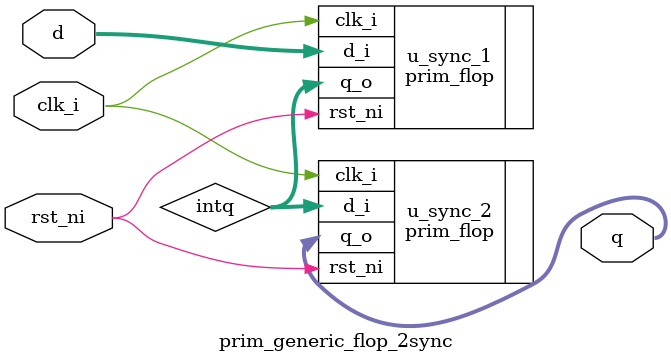
<source format=sv>

module prim_generic_flop_2sync #(
  parameter int Width       = 16,
  localparam int WidthSubOne = Width-1, // temp work around #2679
  parameter logic [WidthSubOne:0] ResetValue = '0
) (
  input                    clk_i,       // receive clock
  input                    rst_ni,
  input        [Width-1:0] d,
  output logic [Width-1:0] q
);

  logic [Width-1:0] intq;

  prim_flop #(
    .Width(Width),
    .ResetValue(ResetValue)
  ) u_sync_1 (
    .clk_i,
    .rst_ni,
    .d_i(d),
    .q_o(intq)
  );

  prim_flop #(
    .Width(Width),
    .ResetValue(ResetValue)
  ) u_sync_2 (
    .clk_i,
    .rst_ni,
    .d_i(intq),
    .q_o(q)
  );


endmodule

</source>
